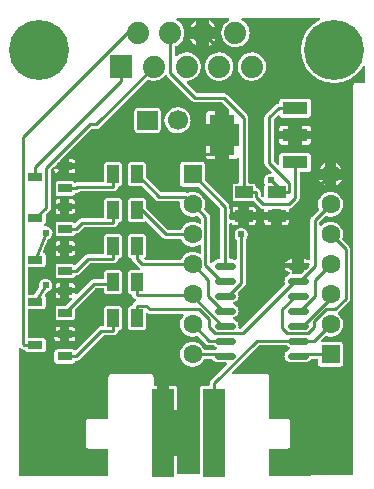
<source format=gtl>
G04 Layer: TopLayer*
G04 EasyEDA v6.4.14, 2021-02-02T13:22:32--5:00*
G04 91b0255ed1064b2dbadafc5a096163c1,d79a69aa59da4e1fbb9b7d465b79b5da,10*
G04 Gerber Generator version 0.2*
G04 Scale: 100 percent, Rotated: No, Reflected: No *
G04 Dimensions in millimeters *
G04 leading zeros omitted , absolute positions ,4 integer and 5 decimal *
%FSLAX45Y45*%
%MOMM*%

%ADD11C,0.2600*%
%ADD12C,0.6000*%
%ADD13C,0.6100*%
%ADD14C,0.6150*%
%ADD15R,1.2500X0.7000*%
%ADD17R,1.5500X1.0000*%
%ADD18R,2.1590X1.0922*%
%ADD19R,2.1590X3.5052*%
%ADD20R,1.9000X7.5000*%
%ADD22C,1.8796*%
%ADD23C,5.0800*%
%ADD25C,1.7000*%
%ADD26R,1.6000X1.6000*%
%ADD27C,1.6000*%

%LPD*%
G36*
X127355Y25654D02*
G01*
X123494Y26416D01*
X120192Y28651D01*
X117957Y31902D01*
X117195Y35814D01*
X117195Y1098245D01*
X117957Y1102156D01*
X120192Y1105408D01*
X123494Y1107643D01*
X127355Y1108405D01*
X131267Y1107643D01*
X134569Y1105408D01*
X136652Y1103325D01*
X142900Y1098194D01*
X149555Y1094638D01*
X156819Y1092454D01*
X161544Y1091996D01*
X165201Y1090879D01*
X168198Y1088542D01*
X170484Y1084173D01*
X173532Y1079347D01*
X177596Y1075283D01*
X182422Y1072235D01*
X187858Y1070356D01*
X194106Y1069644D01*
X317957Y1069644D01*
X324205Y1070356D01*
X329641Y1072235D01*
X334467Y1075283D01*
X338531Y1079347D01*
X341579Y1084173D01*
X343458Y1089609D01*
X344170Y1095857D01*
X344170Y1164742D01*
X343458Y1170990D01*
X341579Y1176426D01*
X338531Y1181252D01*
X334467Y1185316D01*
X329641Y1188364D01*
X324205Y1190244D01*
X317957Y1190955D01*
X201218Y1190955D01*
X197307Y1191717D01*
X194005Y1193952D01*
X191820Y1197203D01*
X191058Y1201115D01*
X191058Y1427784D01*
X191820Y1431696D01*
X194005Y1434947D01*
X197307Y1437182D01*
X201218Y1437944D01*
X317957Y1437944D01*
X324205Y1438656D01*
X329641Y1440535D01*
X334467Y1443583D01*
X338531Y1447647D01*
X341579Y1452473D01*
X343458Y1457909D01*
X344170Y1464157D01*
X344170Y1533042D01*
X343458Y1539290D01*
X341579Y1544726D01*
X339242Y1548434D01*
X337870Y1551940D01*
X337870Y1555699D01*
X339242Y1559204D01*
X352196Y1580083D01*
X354787Y1582877D01*
X358190Y1584553D01*
X362102Y1585569D01*
X370941Y1589684D01*
X378968Y1595323D01*
X385876Y1602232D01*
X391515Y1610258D01*
X395630Y1619097D01*
X397814Y1627327D01*
X399694Y1631035D01*
X401269Y1632356D01*
X400151Y1633778D01*
X399084Y1637538D01*
X398170Y1648053D01*
X395630Y1657502D01*
X391515Y1666341D01*
X385876Y1674368D01*
X378968Y1681276D01*
X370941Y1686915D01*
X362102Y1691030D01*
X352653Y1693570D01*
X342900Y1694434D01*
X333146Y1693570D01*
X323697Y1691030D01*
X314858Y1686915D01*
X306832Y1681276D01*
X299923Y1674368D01*
X294284Y1666341D01*
X290169Y1657502D01*
X287629Y1648053D01*
X286766Y1638300D01*
X287832Y1624482D01*
X286410Y1620672D01*
X251206Y1564030D01*
X248920Y1561490D01*
X245973Y1559814D01*
X242570Y1559255D01*
X201218Y1559255D01*
X197307Y1560017D01*
X194005Y1562252D01*
X191820Y1565503D01*
X191058Y1569415D01*
X191058Y1783384D01*
X191820Y1787296D01*
X194005Y1790547D01*
X197307Y1792782D01*
X201218Y1793544D01*
X317957Y1793544D01*
X324205Y1794256D01*
X329641Y1796135D01*
X334467Y1799183D01*
X338531Y1803247D01*
X341579Y1808073D01*
X343458Y1813509D01*
X344170Y1819757D01*
X344170Y1888642D01*
X343458Y1894890D01*
X341579Y1900326D01*
X338531Y1905152D01*
X334518Y1909165D01*
X328472Y1912924D01*
X325882Y1915210D01*
X324205Y1918309D01*
X323697Y1921713D01*
X324358Y1925167D01*
X363220Y2027428D01*
X365252Y2030730D01*
X368401Y2033016D01*
X370941Y2034184D01*
X378968Y2039823D01*
X385876Y2046732D01*
X391515Y2054758D01*
X395630Y2063597D01*
X398373Y2073910D01*
X399948Y2077212D01*
X402488Y2080006D01*
X405892Y2081631D01*
X409701Y2081936D01*
X413308Y2080818D01*
X416255Y2078482D01*
X418134Y2075180D01*
X420420Y2068677D01*
X423468Y2063851D01*
X427532Y2059787D01*
X432358Y2056739D01*
X437794Y2054860D01*
X444042Y2054148D01*
X567893Y2054148D01*
X574141Y2054860D01*
X579577Y2056739D01*
X584403Y2059787D01*
X588467Y2063851D01*
X591515Y2068677D01*
X593801Y2073046D01*
X596798Y2075383D01*
X600456Y2076500D01*
X605180Y2076957D01*
X612444Y2079142D01*
X619099Y2082698D01*
X625348Y2087829D01*
X662533Y2125014D01*
X665784Y2127199D01*
X669696Y2127961D01*
X915416Y2127961D01*
X923442Y2128774D01*
X930706Y2130958D01*
X937361Y2134514D01*
X943203Y2139340D01*
X948029Y2145182D01*
X951585Y2151837D01*
X953769Y2159101D01*
X953973Y2160981D01*
X954989Y2164537D01*
X957275Y2167534D01*
X960424Y2169464D01*
X971702Y2170836D01*
X977087Y2172766D01*
X981964Y2175814D01*
X986028Y2179828D01*
X989076Y2184704D01*
X990955Y2190089D01*
X991666Y2196388D01*
X991666Y2350211D01*
X990955Y2356510D01*
X989076Y2361895D01*
X986028Y2366772D01*
X981964Y2370785D01*
X977087Y2373833D01*
X971702Y2375763D01*
X965453Y2376474D01*
X866546Y2376474D01*
X860298Y2375763D01*
X854913Y2373833D01*
X850036Y2370785D01*
X845972Y2366772D01*
X842924Y2361895D01*
X841044Y2356510D01*
X840333Y2350211D01*
X840333Y2215438D01*
X839571Y2211527D01*
X837387Y2208225D01*
X834085Y2206040D01*
X830173Y2205278D01*
X649986Y2205278D01*
X641959Y2204466D01*
X634695Y2202281D01*
X628040Y2198725D01*
X621792Y2193594D01*
X598373Y2170226D01*
X595579Y2168194D01*
X592277Y2167280D01*
X588822Y2167534D01*
X585673Y2168855D01*
X579475Y2172868D01*
X574141Y2174748D01*
X567893Y2175459D01*
X444042Y2175459D01*
X437794Y2174748D01*
X432358Y2172868D01*
X427532Y2169820D01*
X423468Y2165756D01*
X420420Y2160930D01*
X418541Y2155494D01*
X417830Y2149246D01*
X417830Y2096363D01*
X416966Y2092299D01*
X414578Y2088946D01*
X411022Y2086813D01*
X406908Y2086254D01*
X402894Y2087422D01*
X399694Y2090064D01*
X397814Y2093772D01*
X395630Y2102002D01*
X391515Y2110841D01*
X385876Y2118868D01*
X378968Y2125776D01*
X370941Y2131415D01*
X362102Y2135530D01*
X352653Y2138070D01*
X342290Y2138984D01*
X338582Y2140000D01*
X335584Y2142337D01*
X333603Y2145639D01*
X332994Y2149398D01*
X333806Y2153107D01*
X335991Y2156256D01*
X338531Y2158847D01*
X341579Y2163673D01*
X343458Y2169109D01*
X344170Y2175357D01*
X344170Y2231694D01*
X345084Y2235911D01*
X347624Y2239314D01*
X374802Y2263495D01*
X379831Y2269642D01*
X383387Y2276297D01*
X385572Y2283561D01*
X386384Y2291588D01*
X386384Y2612491D01*
X387146Y2616403D01*
X389331Y2619654D01*
X400456Y2630779D01*
X403758Y2633014D01*
X407974Y2633726D01*
X408686Y2637891D01*
X410870Y2641193D01*
X438251Y2668574D01*
X441553Y2670759D01*
X445414Y2671521D01*
X468376Y2671521D01*
X468376Y2694482D01*
X469138Y2698343D01*
X471322Y2701645D01*
X729081Y2959404D01*
X732332Y2961589D01*
X736244Y2962351D01*
X770382Y2962351D01*
X778408Y2963164D01*
X785672Y2965348D01*
X792327Y2968904D01*
X798576Y2974035D01*
X1202131Y3377590D01*
X1205280Y3379724D01*
X1208938Y3380536D01*
X1212697Y3379978D01*
X1227124Y3374898D01*
X1241501Y3371748D01*
X1256131Y3370376D01*
X1270863Y3370834D01*
X1285443Y3373120D01*
X1299616Y3377133D01*
X1313180Y3382873D01*
X1325930Y3390239D01*
X1337665Y3399129D01*
X1348232Y3409391D01*
X1353108Y3415385D01*
X1356614Y3418179D01*
X1360932Y3419195D01*
X1365300Y3418230D01*
X1368856Y3415487D01*
X1372565Y3410965D01*
X1584198Y3199333D01*
X1590446Y3194202D01*
X1597101Y3190646D01*
X1604365Y3188462D01*
X1612392Y3187649D01*
X1830425Y3187649D01*
X1834337Y3186887D01*
X1837588Y3184702D01*
X1894484Y3127806D01*
X1896618Y3124606D01*
X1897430Y3120796D01*
X1896770Y3116986D01*
X1896770Y3003550D01*
X1970481Y3003550D01*
X1974392Y3002788D01*
X1977694Y3000552D01*
X1979879Y2997301D01*
X1980641Y2993390D01*
X1980641Y2825750D01*
X1979879Y2821838D01*
X1977694Y2818587D01*
X1974392Y2816352D01*
X1970481Y2815590D01*
X1896770Y2815590D01*
X1896770Y2708656D01*
X1943811Y2708656D01*
X1950059Y2709367D01*
X1955495Y2711246D01*
X1960321Y2714294D01*
X1963318Y2717292D01*
X1966620Y2719476D01*
X1970481Y2720238D01*
X1974392Y2719476D01*
X1977694Y2717292D01*
X1979879Y2713990D01*
X1980641Y2710078D01*
X1980641Y2509926D01*
X1979879Y2506014D01*
X1977694Y2502712D01*
X1974392Y2500528D01*
X1970481Y2499766D01*
X1942388Y2499766D01*
X1936089Y2499055D01*
X1930704Y2497175D01*
X1925828Y2494127D01*
X1921814Y2490063D01*
X1918766Y2485186D01*
X1916836Y2479802D01*
X1916125Y2473553D01*
X1916125Y2374646D01*
X1916836Y2368397D01*
X1918766Y2363012D01*
X1921814Y2358136D01*
X1925828Y2354072D01*
X1930704Y2351024D01*
X1936089Y2349144D01*
X1942388Y2348433D01*
X2096211Y2348433D01*
X2099614Y2348839D01*
X2102612Y2348687D01*
X2105507Y2347722D01*
X2107946Y2345893D01*
X2156714Y2297125D01*
X2162962Y2291994D01*
X2169617Y2288438D01*
X2176830Y2286254D01*
X2186432Y2285390D01*
X2190292Y2284272D01*
X2193391Y2281732D01*
X2195271Y2278176D01*
X2195525Y2273554D01*
X2195525Y2255469D01*
X2253589Y2255469D01*
X2253589Y2275281D01*
X2254351Y2279192D01*
X2256586Y2282494D01*
X2259888Y2284679D01*
X2263749Y2285441D01*
X2333650Y2285441D01*
X2337511Y2284679D01*
X2340813Y2282494D01*
X2343048Y2279192D01*
X2343810Y2275281D01*
X2343810Y2255469D01*
X2401874Y2255469D01*
X2401874Y2273554D01*
X2401620Y2275636D01*
X2401824Y2279142D01*
X2403246Y2282393D01*
X2405634Y2284933D01*
X2408783Y2286508D01*
X2415082Y2288438D01*
X2421737Y2291994D01*
X2427986Y2297125D01*
X2483154Y2352294D01*
X2488285Y2358542D01*
X2491841Y2365197D01*
X2494026Y2372461D01*
X2494838Y2380488D01*
X2494838Y2588006D01*
X2495600Y2591917D01*
X2497785Y2595168D01*
X2501087Y2597404D01*
X2504998Y2598166D01*
X2563571Y2598166D01*
X2569819Y2598877D01*
X2575255Y2600756D01*
X2580081Y2603804D01*
X2584145Y2607868D01*
X2587193Y2612694D01*
X2589072Y2618130D01*
X2589784Y2624378D01*
X2589784Y2732481D01*
X2589072Y2738729D01*
X2587193Y2744165D01*
X2584145Y2748991D01*
X2580081Y2753055D01*
X2575255Y2756103D01*
X2569819Y2757982D01*
X2563571Y2758694D01*
X2348788Y2758694D01*
X2342540Y2757982D01*
X2337104Y2756103D01*
X2332278Y2753055D01*
X2328214Y2748991D01*
X2325166Y2744165D01*
X2323287Y2738729D01*
X2322576Y2732481D01*
X2322576Y2665425D01*
X2321814Y2661513D01*
X2319578Y2658211D01*
X2316327Y2656027D01*
X2312416Y2655265D01*
X2308504Y2656027D01*
X2305253Y2658211D01*
X2276805Y2686659D01*
X2274620Y2689910D01*
X2273858Y2693822D01*
X2273858Y3039364D01*
X2274722Y3043428D01*
X2277110Y3046831D01*
X2308860Y3076143D01*
X2312720Y3078378D01*
X2317140Y3078734D01*
X2321356Y3077159D01*
X2324455Y3073908D01*
X2328265Y3067558D01*
X2332278Y3063544D01*
X2337104Y3060496D01*
X2342540Y3058617D01*
X2348788Y3057906D01*
X2563571Y3057906D01*
X2569819Y3058617D01*
X2575255Y3060496D01*
X2580081Y3063544D01*
X2584145Y3067608D01*
X2587193Y3072434D01*
X2589072Y3077870D01*
X2589784Y3084118D01*
X2589784Y3192221D01*
X2589072Y3198469D01*
X2587193Y3203905D01*
X2584145Y3208731D01*
X2580081Y3212795D01*
X2575255Y3215843D01*
X2569819Y3217722D01*
X2563571Y3218434D01*
X2348788Y3218434D01*
X2342540Y3217722D01*
X2337104Y3215843D01*
X2332278Y3212795D01*
X2328214Y3208731D01*
X2325166Y3203905D01*
X2323287Y3198469D01*
X2322576Y3192221D01*
X2322576Y3186430D01*
X2321915Y3182874D01*
X2320086Y3179775D01*
X2317242Y3177489D01*
X2313787Y3176371D01*
X2311654Y3176066D01*
X2304237Y3173831D01*
X2297480Y3170224D01*
X2292502Y3166262D01*
X2209038Y3089148D01*
X2203094Y3082137D01*
X2199538Y3075482D01*
X2197354Y3068218D01*
X2196541Y3060192D01*
X2196541Y2674112D01*
X2197354Y2666085D01*
X2199538Y2658821D01*
X2203094Y2652166D01*
X2208225Y2645918D01*
X2253488Y2600655D01*
X2255621Y2597505D01*
X2256434Y2593746D01*
X2255824Y2589987D01*
X2253894Y2586736D01*
X2250846Y2584399D01*
X2247188Y2583332D01*
X2238146Y2582570D01*
X2228697Y2580030D01*
X2219858Y2575915D01*
X2211832Y2570276D01*
X2204923Y2563368D01*
X2199284Y2555341D01*
X2195169Y2546502D01*
X2192629Y2537053D01*
X2191766Y2527300D01*
X2192629Y2517546D01*
X2195169Y2508097D01*
X2201062Y2495397D01*
X2201164Y2491435D01*
X2199741Y2487777D01*
X2198166Y2485186D01*
X2196236Y2479802D01*
X2195525Y2473553D01*
X2195525Y2392172D01*
X2194763Y2388260D01*
X2192578Y2384958D01*
X2189276Y2382774D01*
X2185365Y2382012D01*
X2181504Y2382774D01*
X2178202Y2384958D01*
X2167585Y2395575D01*
X2165400Y2398826D01*
X2164638Y2402738D01*
X2164638Y2423668D01*
X2163826Y2431694D01*
X2161641Y2438958D01*
X2158085Y2445613D01*
X2153259Y2451455D01*
X2147417Y2456281D01*
X2140762Y2459837D01*
X2133498Y2462022D01*
X2131618Y2462225D01*
X2128062Y2463241D01*
X2125065Y2465527D01*
X2123135Y2468676D01*
X2121763Y2479802D01*
X2119833Y2485186D01*
X2116785Y2490063D01*
X2112772Y2494127D01*
X2107895Y2497175D01*
X2102510Y2499055D01*
X2096211Y2499766D01*
X2068118Y2499766D01*
X2064207Y2500528D01*
X2060905Y2502712D01*
X2058720Y2506014D01*
X2057958Y2509926D01*
X2057958Y3057144D01*
X2057146Y3065170D01*
X2054961Y3072434D01*
X2051405Y3079089D01*
X2046274Y3085338D01*
X1878330Y3253282D01*
X1872081Y3258413D01*
X1865426Y3261969D01*
X1858162Y3264153D01*
X1850136Y3264966D01*
X1632102Y3264966D01*
X1628190Y3265728D01*
X1624939Y3267913D01*
X1539392Y3353460D01*
X1537208Y3356711D01*
X1536395Y3360572D01*
X1537106Y3364382D01*
X1539240Y3367684D01*
X1542440Y3369919D01*
X1562303Y3373120D01*
X1576476Y3377133D01*
X1590040Y3382873D01*
X1602790Y3390239D01*
X1614525Y3399129D01*
X1625092Y3409391D01*
X1634337Y3420872D01*
X1642059Y3433368D01*
X1648256Y3446729D01*
X1652727Y3460800D01*
X1655419Y3475278D01*
X1656334Y3489960D01*
X1655419Y3504641D01*
X1652727Y3519119D01*
X1648256Y3533190D01*
X1642059Y3546551D01*
X1634337Y3559048D01*
X1625092Y3570528D01*
X1614525Y3580790D01*
X1602790Y3589680D01*
X1590040Y3597046D01*
X1576476Y3602786D01*
X1562303Y3606800D01*
X1547723Y3609086D01*
X1532991Y3609543D01*
X1518361Y3608171D01*
X1503984Y3605022D01*
X1490065Y3600094D01*
X1476908Y3593541D01*
X1464614Y3585413D01*
X1454962Y3577132D01*
X1451610Y3575253D01*
X1447850Y3574694D01*
X1444091Y3575608D01*
X1440992Y3577844D01*
X1438910Y3581095D01*
X1438198Y3584854D01*
X1438198Y3654450D01*
X1438960Y3658311D01*
X1441145Y3661562D01*
X1444396Y3663797D01*
X1452880Y3667353D01*
X1465630Y3674719D01*
X1477365Y3683609D01*
X1487932Y3693871D01*
X1497177Y3705351D01*
X1504899Y3717848D01*
X1511096Y3731209D01*
X1515567Y3745280D01*
X1518259Y3759758D01*
X1519174Y3774440D01*
X1518259Y3789121D01*
X1515567Y3803599D01*
X1511096Y3817670D01*
X1504899Y3831031D01*
X1497177Y3843528D01*
X1487932Y3855008D01*
X1477365Y3865270D01*
X1465630Y3874160D01*
X1456283Y3879545D01*
X1453032Y3882491D01*
X1451356Y3886555D01*
X1451559Y3890924D01*
X1453591Y3894836D01*
X1457045Y3897528D01*
X1461363Y3898493D01*
X1612544Y3898798D01*
X1616964Y3897833D01*
X1620469Y3895039D01*
X1621536Y3892905D01*
X1623466Y3895851D01*
X1626768Y3898036D01*
X1630680Y3898849D01*
X1717039Y3899001D01*
X1720900Y3898239D01*
X1724202Y3896055D01*
X1725930Y3893515D01*
X1726946Y3895394D01*
X1730400Y3898087D01*
X1734667Y3899052D01*
X1890572Y3899357D01*
X1894941Y3898392D01*
X1898497Y3895598D01*
X1900478Y3891534D01*
X1900529Y3887063D01*
X1898599Y3882948D01*
X1895093Y3880104D01*
X1890928Y3878021D01*
X1878634Y3869893D01*
X1867458Y3860292D01*
X1857552Y3849420D01*
X1849018Y3837432D01*
X1842058Y3824427D01*
X1836724Y3810711D01*
X1833118Y3796436D01*
X1831339Y3781806D01*
X1831339Y3767074D01*
X1833118Y3752443D01*
X1836724Y3738168D01*
X1842058Y3724452D01*
X1849018Y3711448D01*
X1857552Y3699459D01*
X1867458Y3688587D01*
X1878634Y3678986D01*
X1890928Y3670858D01*
X1904085Y3664305D01*
X1918004Y3659378D01*
X1932381Y3656228D01*
X1947011Y3654856D01*
X1961743Y3655314D01*
X1976323Y3657600D01*
X1990496Y3661613D01*
X2004060Y3667353D01*
X2016810Y3674719D01*
X2028545Y3683609D01*
X2039112Y3693871D01*
X2048357Y3705351D01*
X2056079Y3717848D01*
X2062276Y3731209D01*
X2066747Y3745280D01*
X2069439Y3759758D01*
X2070354Y3774440D01*
X2069439Y3789121D01*
X2066747Y3803599D01*
X2062276Y3817670D01*
X2056079Y3831031D01*
X2048357Y3843528D01*
X2039112Y3855008D01*
X2028545Y3865270D01*
X2016810Y3874160D01*
X2005482Y3880662D01*
X2002282Y3883609D01*
X2000605Y3887673D01*
X2000757Y3892092D01*
X2002789Y3896004D01*
X2006295Y3898646D01*
X2010562Y3899611D01*
X2656027Y3900982D01*
X2659837Y3900220D01*
X2663088Y3898137D01*
X2665323Y3894937D01*
X2666187Y3891178D01*
X2665577Y3887317D01*
X2663596Y3884015D01*
X2660497Y3881678D01*
X2653284Y3878122D01*
X2633421Y3866286D01*
X2614625Y3852875D01*
X2596997Y3837940D01*
X2580640Y3821582D01*
X2565704Y3803954D01*
X2552293Y3785158D01*
X2540457Y3765296D01*
X2530297Y3744518D01*
X2521864Y3722979D01*
X2515311Y3700830D01*
X2510536Y3678224D01*
X2507691Y3655314D01*
X2506726Y3632200D01*
X2507691Y3609086D01*
X2510536Y3586175D01*
X2515311Y3563569D01*
X2521864Y3541420D01*
X2530297Y3519881D01*
X2540457Y3499104D01*
X2552293Y3479241D01*
X2565704Y3460445D01*
X2580640Y3442817D01*
X2596997Y3426460D01*
X2614625Y3411524D01*
X2633421Y3398113D01*
X2653284Y3386277D01*
X2674061Y3376117D01*
X2695600Y3367684D01*
X2717749Y3361131D01*
X2740355Y3356356D01*
X2763266Y3353511D01*
X2786380Y3352546D01*
X2809494Y3353511D01*
X2832404Y3356356D01*
X2855010Y3361131D01*
X2877159Y3367684D01*
X2898698Y3376117D01*
X2919476Y3386277D01*
X2939338Y3398113D01*
X2958134Y3411524D01*
X2975762Y3426460D01*
X2992120Y3442817D01*
X3007055Y3460445D01*
X3020466Y3479241D01*
X3028848Y3493312D01*
X3031845Y3496462D01*
X3035909Y3498087D01*
X3040278Y3497884D01*
X3044139Y3495852D01*
X3046780Y3492347D01*
X3047746Y3488080D01*
X3047746Y3363214D01*
X3046984Y3359302D01*
X3044748Y3356051D01*
X3041497Y3353815D01*
X3037586Y3353054D01*
X2975508Y3353054D01*
X2969107Y3352292D01*
X2963621Y3350209D01*
X2958541Y3346704D01*
X2955493Y3343656D01*
X2952902Y3340100D01*
X2950413Y3334613D01*
X2949244Y3327247D01*
X2949244Y41198D01*
X2948482Y37287D01*
X2946298Y34036D01*
X2943047Y31800D01*
X2939186Y31038D01*
X2245664Y25908D01*
X2241753Y26670D01*
X2238451Y28854D01*
X2236216Y32156D01*
X2235454Y36068D01*
X2235454Y243586D01*
X2236216Y247497D01*
X2238451Y250748D01*
X2241702Y252984D01*
X2245614Y253746D01*
X2386990Y253746D01*
X2393442Y254508D01*
X2398877Y256590D01*
X2403957Y260096D01*
X2407005Y263144D01*
X2409596Y266700D01*
X2412085Y272186D01*
X2413254Y279552D01*
X2413254Y481990D01*
X2412492Y488442D01*
X2410409Y493877D01*
X2406904Y498957D01*
X2403856Y502005D01*
X2400300Y504596D01*
X2394813Y507085D01*
X2387447Y508254D01*
X2245614Y508254D01*
X2241702Y509016D01*
X2238451Y511251D01*
X2236216Y514502D01*
X2235454Y518414D01*
X2235454Y862990D01*
X2234692Y869442D01*
X2232609Y874877D01*
X2229104Y879957D01*
X2226056Y883005D01*
X2222500Y885596D01*
X2217013Y888085D01*
X2209647Y889253D01*
X1932635Y889253D01*
X1928723Y890016D01*
X1925421Y892251D01*
X1923237Y895502D01*
X1922475Y899414D01*
X1923237Y903325D01*
X1925421Y906576D01*
X2145639Y1126794D01*
X2148890Y1128979D01*
X2152802Y1129741D01*
X2377795Y1129741D01*
X2381656Y1128979D01*
X2393899Y1120241D01*
X2402687Y1116126D01*
X2408021Y1114704D01*
X2411882Y1112672D01*
X2414574Y1109218D01*
X2415540Y1104900D01*
X2414574Y1100582D01*
X2411882Y1097127D01*
X2408021Y1095095D01*
X2402687Y1093673D01*
X2393899Y1089558D01*
X2385974Y1084021D01*
X2379116Y1077163D01*
X2373528Y1069187D01*
X2369413Y1060399D01*
X2366924Y1051052D01*
X2366060Y1041400D01*
X2366924Y1031748D01*
X2369413Y1022400D01*
X2373528Y1013612D01*
X2379116Y1005636D01*
X2385974Y998778D01*
X2393899Y993241D01*
X2402687Y989126D01*
X2412034Y986637D01*
X2422144Y985723D01*
X2541270Y985723D01*
X2551379Y986637D01*
X2560726Y989126D01*
X2569514Y993241D01*
X2577439Y998778D01*
X2584297Y1005636D01*
X2588107Y1011123D01*
X2590393Y1013460D01*
X2593238Y1014933D01*
X2596438Y1015441D01*
X2640076Y1015441D01*
X2643987Y1014679D01*
X2647289Y1012494D01*
X2649474Y1009192D01*
X2650236Y1005281D01*
X2650236Y974648D01*
X2650947Y968400D01*
X2652826Y963015D01*
X2655874Y958138D01*
X2659938Y954074D01*
X2664815Y951026D01*
X2670200Y949147D01*
X2676448Y948436D01*
X2835351Y948436D01*
X2841599Y949147D01*
X2846984Y951026D01*
X2851861Y954074D01*
X2855925Y958138D01*
X2858973Y963015D01*
X2860852Y968400D01*
X2861564Y974648D01*
X2861564Y1133551D01*
X2860852Y1139799D01*
X2858973Y1145184D01*
X2855925Y1150061D01*
X2851861Y1154125D01*
X2846984Y1157173D01*
X2841599Y1159052D01*
X2835351Y1159764D01*
X2686761Y1159764D01*
X2682849Y1160526D01*
X2679547Y1162710D01*
X2677363Y1166012D01*
X2676601Y1169924D01*
X2677363Y1173784D01*
X2679547Y1177086D01*
X2709164Y1206652D01*
X2712212Y1208786D01*
X2715869Y1209649D01*
X2719578Y1209090D01*
X2728569Y1206093D01*
X2742133Y1203350D01*
X2755900Y1202486D01*
X2769666Y1203350D01*
X2783230Y1206093D01*
X2796336Y1210513D01*
X2808732Y1216609D01*
X2820212Y1224280D01*
X2830576Y1233424D01*
X2839720Y1243787D01*
X2847390Y1255268D01*
X2853486Y1267663D01*
X2857957Y1280769D01*
X2860649Y1294333D01*
X2861513Y1308100D01*
X2860649Y1321866D01*
X2857957Y1335430D01*
X2853486Y1348536D01*
X2847390Y1360932D01*
X2839720Y1372412D01*
X2830576Y1382776D01*
X2819501Y1392478D01*
X2816910Y1395984D01*
X2816047Y1400302D01*
X2817012Y1404518D01*
X2819908Y1408125D01*
X2909874Y1498092D01*
X2915005Y1504340D01*
X2918561Y1510995D01*
X2920746Y1518259D01*
X2921558Y1526286D01*
X2921558Y1942592D01*
X2920746Y1950618D01*
X2918561Y1957882D01*
X2915005Y1964537D01*
X2909874Y1970786D01*
X2857347Y2023364D01*
X2855214Y2026412D01*
X2854350Y2030069D01*
X2854909Y2033778D01*
X2857957Y2042769D01*
X2860649Y2056333D01*
X2861513Y2070100D01*
X2860649Y2083917D01*
X2857957Y2097430D01*
X2853486Y2110536D01*
X2847390Y2122932D01*
X2839720Y2134412D01*
X2830576Y2144776D01*
X2820212Y2153920D01*
X2808732Y2161590D01*
X2796336Y2167686D01*
X2783230Y2172157D01*
X2769666Y2174849D01*
X2755900Y2175764D01*
X2742133Y2174849D01*
X2728569Y2172157D01*
X2715463Y2167686D01*
X2703068Y2161590D01*
X2691587Y2153920D01*
X2677007Y2141270D01*
X2673096Y2140305D01*
X2669032Y2140915D01*
X2665628Y2143099D01*
X2663291Y2146452D01*
X2662478Y2150414D01*
X2662478Y2171801D01*
X2663240Y2175713D01*
X2665425Y2178964D01*
X2709164Y2222703D01*
X2712262Y2224786D01*
X2715869Y2225649D01*
X2719578Y2225141D01*
X2728569Y2222093D01*
X2742133Y2219401D01*
X2755900Y2218486D01*
X2769666Y2219401D01*
X2783230Y2222093D01*
X2796336Y2226513D01*
X2808732Y2232609D01*
X2820212Y2240280D01*
X2830576Y2249424D01*
X2839720Y2259787D01*
X2847390Y2271268D01*
X2853486Y2283663D01*
X2857957Y2296769D01*
X2860649Y2310333D01*
X2861513Y2324100D01*
X2860649Y2337917D01*
X2857957Y2351430D01*
X2853486Y2364536D01*
X2847390Y2376932D01*
X2839720Y2388412D01*
X2830576Y2398776D01*
X2820212Y2407920D01*
X2808732Y2415590D01*
X2796336Y2421686D01*
X2783230Y2426157D01*
X2769666Y2428849D01*
X2755900Y2429764D01*
X2742133Y2428849D01*
X2728569Y2426157D01*
X2715463Y2421686D01*
X2703068Y2415590D01*
X2691587Y2407920D01*
X2681224Y2398776D01*
X2672080Y2388412D01*
X2664409Y2376932D01*
X2658313Y2364536D01*
X2653842Y2351430D01*
X2651150Y2337917D01*
X2650286Y2324100D01*
X2651150Y2310333D01*
X2653842Y2296769D01*
X2656890Y2287778D01*
X2657449Y2284069D01*
X2656586Y2280412D01*
X2654452Y2277364D01*
X2596845Y2219706D01*
X2591714Y2213457D01*
X2588158Y2206802D01*
X2585974Y2199538D01*
X2585161Y2191512D01*
X2585161Y1860092D01*
X2584348Y1856130D01*
X2582062Y1852777D01*
X2578608Y1850593D01*
X2574594Y1849983D01*
X2570632Y1850948D01*
X2560675Y1855673D01*
X2551379Y1858162D01*
X2541270Y1859076D01*
X2533040Y1859076D01*
X2533040Y1824736D01*
X2569514Y1824736D01*
X2573426Y1823974D01*
X2576728Y1821789D01*
X2578912Y1818487D01*
X2579674Y1814575D01*
X2578912Y1810715D01*
X2576728Y1807413D01*
X2554325Y1785010D01*
X2551023Y1782825D01*
X2547162Y1782064D01*
X2533040Y1782064D01*
X2533040Y1767941D01*
X2532278Y1764080D01*
X2530094Y1760778D01*
X2504338Y1735023D01*
X2501036Y1732838D01*
X2497175Y1732076D01*
X2440533Y1732076D01*
X2436622Y1732838D01*
X2433320Y1735023D01*
X2431135Y1738325D01*
X2430373Y1742236D01*
X2430373Y1782064D01*
X2370531Y1782064D01*
X2373528Y1775612D01*
X2379116Y1767636D01*
X2385974Y1760778D01*
X2393899Y1755241D01*
X2402687Y1751126D01*
X2408021Y1749704D01*
X2411882Y1747672D01*
X2414574Y1744218D01*
X2415540Y1739900D01*
X2414574Y1735582D01*
X2411882Y1732127D01*
X2408021Y1730095D01*
X2402687Y1728673D01*
X2393899Y1724558D01*
X2385974Y1719021D01*
X2379116Y1712163D01*
X2373528Y1704187D01*
X2369413Y1695399D01*
X2366924Y1686052D01*
X2366060Y1676400D01*
X2366924Y1666748D01*
X2369413Y1657400D01*
X2371140Y1653692D01*
X2372106Y1649730D01*
X2371394Y1645666D01*
X2369108Y1642211D01*
X2000402Y1273505D01*
X1997151Y1271320D01*
X1993239Y1270558D01*
X1985619Y1270558D01*
X1982012Y1271219D01*
X1978863Y1273149D01*
X1976577Y1276096D01*
X1975561Y1279652D01*
X1975815Y1283360D01*
X1976475Y1285748D01*
X1977339Y1295400D01*
X1976475Y1305052D01*
X1973986Y1314399D01*
X1969871Y1323187D01*
X1964283Y1331163D01*
X1957425Y1338021D01*
X1949500Y1343558D01*
X1940712Y1347673D01*
X1935378Y1349095D01*
X1931517Y1351127D01*
X1928825Y1354582D01*
X1927860Y1358900D01*
X1928825Y1363218D01*
X1931517Y1366672D01*
X1935378Y1368704D01*
X1940712Y1370126D01*
X1949500Y1374241D01*
X1957425Y1379778D01*
X1964283Y1386636D01*
X1969871Y1394612D01*
X1973986Y1403400D01*
X1976475Y1412748D01*
X1977339Y1422400D01*
X1976475Y1432052D01*
X1973986Y1441399D01*
X1969871Y1450187D01*
X1964283Y1458163D01*
X1957425Y1465021D01*
X1949500Y1470558D01*
X1940712Y1474673D01*
X1935378Y1476095D01*
X1931517Y1478127D01*
X1928825Y1481582D01*
X1927860Y1485900D01*
X1928825Y1490218D01*
X1931517Y1493672D01*
X1935378Y1495704D01*
X1940712Y1497126D01*
X1949500Y1501241D01*
X1957425Y1506778D01*
X1964283Y1513636D01*
X1969871Y1521612D01*
X1973986Y1530400D01*
X1976475Y1539748D01*
X1977339Y1549400D01*
X1976475Y1559052D01*
X1972818Y1572818D01*
X1973529Y1576832D01*
X1975815Y1580286D01*
X2026208Y1630680D01*
X2031339Y1636928D01*
X2034895Y1643583D01*
X2037080Y1650847D01*
X2037892Y1658874D01*
X2037892Y2025497D01*
X2038654Y2029358D01*
X2040839Y2032660D01*
X2042210Y2034032D01*
X2047849Y2042058D01*
X2051964Y2050897D01*
X2054504Y2060346D01*
X2055368Y2070100D01*
X2054504Y2079853D01*
X2051964Y2089302D01*
X2047849Y2098141D01*
X2042210Y2106168D01*
X2035302Y2113076D01*
X2027275Y2118715D01*
X2018436Y2122830D01*
X2008987Y2125370D01*
X1999234Y2126234D01*
X1989480Y2125370D01*
X1980031Y2122830D01*
X1971192Y2118715D01*
X1963166Y2113076D01*
X1956257Y2106168D01*
X1950618Y2098141D01*
X1946503Y2089302D01*
X1943963Y2079853D01*
X1943100Y2070100D01*
X1943963Y2060346D01*
X1946503Y2050897D01*
X1950618Y2042058D01*
X1956257Y2034032D01*
X1957628Y2032660D01*
X1959813Y2029358D01*
X1960575Y2025497D01*
X1960575Y1862328D01*
X1959762Y1858365D01*
X1957476Y1855063D01*
X1954072Y1852879D01*
X1950059Y1852218D01*
X1946148Y1853133D01*
X1940712Y1855673D01*
X1931365Y1858162D01*
X1921256Y1859076D01*
X1910638Y1859076D01*
X1906727Y1859838D01*
X1903425Y1862023D01*
X1901240Y1865325D01*
X1900478Y1869236D01*
X1900478Y2156815D01*
X1901393Y2161032D01*
X1903984Y2164486D01*
X1907844Y2166569D01*
X1912162Y2166874D01*
X1916175Y2165299D01*
X1919224Y2162200D01*
X1921814Y2158136D01*
X1925828Y2154072D01*
X1930704Y2151024D01*
X1936089Y2149144D01*
X1942388Y2148433D01*
X1974189Y2148433D01*
X1974189Y2192731D01*
X1910638Y2192731D01*
X1906727Y2193544D01*
X1903425Y2195728D01*
X1901240Y2199030D01*
X1900478Y2202891D01*
X1900478Y2245309D01*
X1901240Y2249170D01*
X1903425Y2252472D01*
X1906727Y2254656D01*
X1910638Y2255469D01*
X1974189Y2255469D01*
X1974189Y2299766D01*
X1942388Y2299766D01*
X1936089Y2299055D01*
X1930704Y2297176D01*
X1925828Y2294128D01*
X1921814Y2290064D01*
X1919224Y2286000D01*
X1916175Y2282901D01*
X1912162Y2281326D01*
X1907844Y2281631D01*
X1903984Y2283714D01*
X1901393Y2287168D01*
X1900478Y2291384D01*
X1900478Y2303272D01*
X1899666Y2311298D01*
X1897481Y2318562D01*
X1893925Y2325217D01*
X1888794Y2331466D01*
X1696110Y2524150D01*
X1693925Y2527452D01*
X1693164Y2531313D01*
X1693164Y2657551D01*
X1692452Y2663799D01*
X1690573Y2669184D01*
X1687525Y2674061D01*
X1683461Y2678125D01*
X1678584Y2681173D01*
X1673199Y2683052D01*
X1666951Y2683764D01*
X1508048Y2683764D01*
X1501800Y2683052D01*
X1496415Y2681173D01*
X1491538Y2678125D01*
X1487474Y2674061D01*
X1484426Y2669184D01*
X1482547Y2663799D01*
X1481836Y2657551D01*
X1481836Y2498648D01*
X1482547Y2492400D01*
X1484426Y2487015D01*
X1487474Y2482138D01*
X1491538Y2478074D01*
X1496415Y2475026D01*
X1501800Y2473147D01*
X1508048Y2472436D01*
X1634286Y2472436D01*
X1638147Y2471674D01*
X1641449Y2469489D01*
X1820214Y2290724D01*
X1822399Y2287473D01*
X1823161Y2283561D01*
X1823161Y1869236D01*
X1822399Y1865325D01*
X1820214Y1862023D01*
X1816912Y1859838D01*
X1813001Y1859076D01*
X1802130Y1859076D01*
X1792020Y1858162D01*
X1782673Y1855673D01*
X1773885Y1851558D01*
X1765960Y1846021D01*
X1759102Y1839163D01*
X1754124Y1832051D01*
X1750974Y1829155D01*
X1746961Y1827784D01*
X1742744Y1828139D01*
X1739036Y1830273D01*
X1736496Y1833676D01*
X1735632Y1837842D01*
X1735632Y2214118D01*
X1734820Y2222144D01*
X1732635Y2229408D01*
X1729079Y2236063D01*
X1723948Y2242312D01*
X1688947Y2277364D01*
X1686814Y2280412D01*
X1685950Y2284069D01*
X1686509Y2287778D01*
X1689557Y2296769D01*
X1692249Y2310333D01*
X1693113Y2324100D01*
X1692249Y2337866D01*
X1689557Y2351430D01*
X1685086Y2364536D01*
X1678990Y2376932D01*
X1671320Y2388412D01*
X1662175Y2398776D01*
X1651812Y2407920D01*
X1640332Y2415590D01*
X1627936Y2421686D01*
X1614830Y2426106D01*
X1601266Y2428849D01*
X1587500Y2429713D01*
X1573733Y2428849D01*
X1560169Y2426106D01*
X1547977Y2421991D01*
X1543862Y2421483D01*
X1538782Y2423261D01*
X1531518Y2425446D01*
X1523492Y2426258D01*
X1326794Y2426258D01*
X1322882Y2427020D01*
X1319631Y2429205D01*
X1194612Y2554224D01*
X1192428Y2557526D01*
X1191666Y2561386D01*
X1191666Y2655011D01*
X1190955Y2661310D01*
X1189075Y2666695D01*
X1186027Y2671572D01*
X1181963Y2675585D01*
X1177086Y2678633D01*
X1171702Y2680563D01*
X1165453Y2681274D01*
X1066546Y2681274D01*
X1060297Y2680563D01*
X1054912Y2678633D01*
X1050036Y2675585D01*
X1045971Y2671572D01*
X1042924Y2666695D01*
X1041044Y2661310D01*
X1040333Y2655011D01*
X1040333Y2501188D01*
X1041044Y2494889D01*
X1042924Y2489504D01*
X1045971Y2484628D01*
X1050036Y2480614D01*
X1054912Y2477566D01*
X1060297Y2475636D01*
X1066546Y2474925D01*
X1160373Y2474925D01*
X1164234Y2474163D01*
X1167536Y2471978D01*
X1278890Y2360625D01*
X1285138Y2355494D01*
X1291793Y2351938D01*
X1299057Y2349754D01*
X1307084Y2348941D01*
X1472641Y2348941D01*
X1476705Y2348128D01*
X1480058Y2345740D01*
X1482191Y2342184D01*
X1482801Y2338120D01*
X1481886Y2324100D01*
X1482750Y2310333D01*
X1485442Y2296769D01*
X1489913Y2283663D01*
X1496009Y2271268D01*
X1503680Y2259787D01*
X1512824Y2249424D01*
X1523187Y2240280D01*
X1534668Y2232609D01*
X1547063Y2226513D01*
X1560169Y2222042D01*
X1573733Y2219350D01*
X1587500Y2218486D01*
X1601266Y2219350D01*
X1614830Y2222042D01*
X1623822Y2225090D01*
X1627530Y2225649D01*
X1631188Y2224786D01*
X1634286Y2222652D01*
X1655368Y2201570D01*
X1657553Y2198319D01*
X1658315Y2194407D01*
X1658315Y2168550D01*
X1657400Y2164283D01*
X1654759Y2160828D01*
X1650898Y2158796D01*
X1646580Y2158492D01*
X1642516Y2160117D01*
X1640332Y2161590D01*
X1627936Y2167686D01*
X1614830Y2172106D01*
X1601266Y2174798D01*
X1587500Y2175713D01*
X1573733Y2174798D01*
X1560169Y2172106D01*
X1547063Y2167686D01*
X1534668Y2161590D01*
X1523187Y2153920D01*
X1512824Y2144776D01*
X1503680Y2134412D01*
X1496009Y2122932D01*
X1491843Y2114397D01*
X1489608Y2111400D01*
X1486408Y2109419D01*
X1482699Y2108758D01*
X1379118Y2108758D01*
X1375206Y2109520D01*
X1371955Y2111705D01*
X1194612Y2289048D01*
X1192428Y2292350D01*
X1191666Y2296210D01*
X1191666Y2350211D01*
X1190955Y2356510D01*
X1189075Y2361895D01*
X1186027Y2366772D01*
X1181963Y2370785D01*
X1177086Y2373833D01*
X1171702Y2375763D01*
X1165453Y2376474D01*
X1066546Y2376474D01*
X1060297Y2375763D01*
X1054912Y2373833D01*
X1050036Y2370785D01*
X1045971Y2366772D01*
X1042924Y2361895D01*
X1041044Y2356510D01*
X1040333Y2350211D01*
X1040333Y2196388D01*
X1041044Y2190089D01*
X1042924Y2184704D01*
X1045971Y2179828D01*
X1050036Y2175814D01*
X1054912Y2172766D01*
X1060297Y2170836D01*
X1066546Y2170125D01*
X1165453Y2170125D01*
X1171702Y2170836D01*
X1177086Y2172766D01*
X1181963Y2175814D01*
X1186383Y2179116D01*
X1190244Y2179878D01*
X1194155Y2179116D01*
X1197457Y2176881D01*
X1331214Y2043125D01*
X1337462Y2037994D01*
X1344117Y2034438D01*
X1351381Y2032254D01*
X1359408Y2031441D01*
X1482699Y2031441D01*
X1486408Y2030730D01*
X1489557Y2028799D01*
X1491843Y2025802D01*
X1496009Y2017268D01*
X1503680Y2005787D01*
X1512824Y1995424D01*
X1523187Y1986280D01*
X1534668Y1978609D01*
X1547063Y1972513D01*
X1560169Y1968042D01*
X1573733Y1965350D01*
X1587500Y1964436D01*
X1601266Y1965350D01*
X1614830Y1968042D01*
X1627936Y1972513D01*
X1640332Y1978609D01*
X1642516Y1980082D01*
X1646580Y1981657D01*
X1650898Y1981403D01*
X1654759Y1979371D01*
X1657400Y1975866D01*
X1658315Y1971649D01*
X1658315Y1914550D01*
X1657400Y1910283D01*
X1654759Y1906828D01*
X1650898Y1904796D01*
X1646580Y1904492D01*
X1642516Y1906117D01*
X1640332Y1907590D01*
X1627936Y1913686D01*
X1614830Y1918106D01*
X1601266Y1920798D01*
X1587500Y1921713D01*
X1573733Y1920798D01*
X1560169Y1918106D01*
X1547063Y1913686D01*
X1534668Y1907590D01*
X1523187Y1899920D01*
X1512824Y1890775D01*
X1503680Y1880412D01*
X1496009Y1868932D01*
X1491843Y1860397D01*
X1489608Y1857400D01*
X1486408Y1855419D01*
X1482699Y1854758D01*
X1190244Y1854758D01*
X1186332Y1855520D01*
X1183081Y1857705D01*
X1180846Y1861007D01*
X1180084Y1864918D01*
X1180846Y1868779D01*
X1183081Y1872081D01*
X1186027Y1875028D01*
X1189075Y1879904D01*
X1190955Y1885289D01*
X1191666Y1891588D01*
X1191666Y2045411D01*
X1190955Y2051710D01*
X1189075Y2057095D01*
X1186027Y2061972D01*
X1181963Y2065985D01*
X1177086Y2069033D01*
X1171702Y2070963D01*
X1165453Y2071674D01*
X1066546Y2071674D01*
X1060297Y2070963D01*
X1054912Y2069033D01*
X1050036Y2065985D01*
X1045971Y2061972D01*
X1042924Y2057095D01*
X1041044Y2051710D01*
X1040333Y2045411D01*
X1040333Y1891588D01*
X1041044Y1885289D01*
X1042924Y1879904D01*
X1045971Y1875028D01*
X1050036Y1871014D01*
X1054912Y1867966D01*
X1060297Y1866036D01*
X1067917Y1865325D01*
X1071575Y1864664D01*
X1074724Y1862734D01*
X1077010Y1859737D01*
X1078026Y1856181D01*
X1078230Y1854301D01*
X1080414Y1847037D01*
X1083970Y1840382D01*
X1089101Y1834134D01*
X1134110Y1789125D01*
X1139291Y1784857D01*
X1141882Y1781657D01*
X1143000Y1777695D01*
X1142390Y1773580D01*
X1140256Y1770075D01*
X1136904Y1767687D01*
X1132840Y1766874D01*
X1066546Y1766874D01*
X1060297Y1766163D01*
X1054912Y1764233D01*
X1050036Y1761185D01*
X1045971Y1757172D01*
X1042924Y1752295D01*
X1041044Y1746910D01*
X1040333Y1740611D01*
X1040333Y1586788D01*
X1041044Y1580489D01*
X1042924Y1575104D01*
X1045971Y1570228D01*
X1050036Y1566214D01*
X1054912Y1563166D01*
X1060297Y1561236D01*
X1067917Y1560525D01*
X1071575Y1559864D01*
X1074724Y1557934D01*
X1077010Y1554937D01*
X1078026Y1551381D01*
X1078230Y1549501D01*
X1080414Y1542237D01*
X1083970Y1535582D01*
X1088796Y1529740D01*
X1094638Y1524914D01*
X1106170Y1518920D01*
X1108710Y1515516D01*
X1109624Y1511300D01*
X1108710Y1507083D01*
X1106170Y1503680D01*
X1094638Y1497685D01*
X1088796Y1492859D01*
X1083970Y1487017D01*
X1080414Y1480362D01*
X1078230Y1473098D01*
X1078026Y1471218D01*
X1077010Y1467662D01*
X1074724Y1464665D01*
X1071575Y1462735D01*
X1060297Y1461363D01*
X1054912Y1459433D01*
X1050036Y1456385D01*
X1045971Y1452372D01*
X1042924Y1447495D01*
X1041044Y1442110D01*
X1040333Y1435811D01*
X1040333Y1281988D01*
X1041044Y1275689D01*
X1042924Y1270304D01*
X1045971Y1265428D01*
X1050036Y1261414D01*
X1054912Y1258366D01*
X1060297Y1256436D01*
X1066546Y1255725D01*
X1165453Y1255725D01*
X1171702Y1256436D01*
X1177086Y1258366D01*
X1181963Y1261414D01*
X1186027Y1265428D01*
X1189075Y1270304D01*
X1190955Y1275689D01*
X1191666Y1281988D01*
X1191666Y1392834D01*
X1192530Y1396898D01*
X1194917Y1400302D01*
X1198473Y1402435D01*
X1202588Y1402943D01*
X1206601Y1401775D01*
X1211021Y1399438D01*
X1218285Y1397254D01*
X1226312Y1396441D01*
X1502359Y1396441D01*
X1506169Y1395730D01*
X1509369Y1393647D01*
X1511604Y1390497D01*
X1512519Y1386738D01*
X1511960Y1382928D01*
X1509979Y1379575D01*
X1503680Y1372412D01*
X1496009Y1360932D01*
X1489913Y1348536D01*
X1485442Y1335430D01*
X1482750Y1321866D01*
X1481886Y1308100D01*
X1482750Y1294282D01*
X1485442Y1280769D01*
X1489913Y1267663D01*
X1496009Y1255268D01*
X1503680Y1243787D01*
X1512824Y1233424D01*
X1523187Y1224280D01*
X1534668Y1216609D01*
X1547063Y1210513D01*
X1560169Y1206042D01*
X1573733Y1203350D01*
X1587500Y1202436D01*
X1601266Y1203350D01*
X1614830Y1206042D01*
X1623822Y1209090D01*
X1627530Y1209649D01*
X1631188Y1208786D01*
X1634286Y1206652D01*
X1699514Y1141425D01*
X1705762Y1136294D01*
X1712417Y1132738D01*
X1719681Y1130554D01*
X1727707Y1129741D01*
X1757781Y1129741D01*
X1761693Y1128979D01*
X1773885Y1120241D01*
X1782673Y1116126D01*
X1788007Y1114704D01*
X1791868Y1112723D01*
X1794560Y1109268D01*
X1795525Y1105001D01*
X1794611Y1100734D01*
X1792020Y1097229D01*
X1788160Y1095146D01*
X1781302Y1093165D01*
X1778457Y1092758D01*
X1692300Y1092758D01*
X1688592Y1093419D01*
X1685391Y1095400D01*
X1683156Y1098397D01*
X1678990Y1106932D01*
X1671320Y1118412D01*
X1662175Y1128776D01*
X1651812Y1137920D01*
X1640332Y1145590D01*
X1627936Y1151686D01*
X1614830Y1156106D01*
X1601266Y1158798D01*
X1587500Y1159713D01*
X1573733Y1158798D01*
X1560169Y1156106D01*
X1547063Y1151686D01*
X1534668Y1145590D01*
X1523187Y1137920D01*
X1512824Y1128776D01*
X1503680Y1118412D01*
X1496009Y1106932D01*
X1489913Y1094536D01*
X1485442Y1081430D01*
X1482750Y1067866D01*
X1481886Y1054100D01*
X1482750Y1040282D01*
X1485442Y1026769D01*
X1489913Y1013663D01*
X1496009Y1001268D01*
X1503680Y989787D01*
X1512824Y979424D01*
X1523187Y970280D01*
X1534668Y962609D01*
X1547063Y956513D01*
X1560169Y952042D01*
X1573733Y949350D01*
X1587500Y948436D01*
X1601266Y949350D01*
X1614830Y952042D01*
X1627936Y956513D01*
X1640332Y962609D01*
X1651812Y970280D01*
X1662175Y979424D01*
X1671320Y989787D01*
X1678990Y1001268D01*
X1683156Y1009802D01*
X1685442Y1012799D01*
X1688592Y1014730D01*
X1692300Y1015441D01*
X1746961Y1015441D01*
X1750161Y1014933D01*
X1753006Y1013460D01*
X1755292Y1011123D01*
X1759102Y1005636D01*
X1765960Y998778D01*
X1773885Y993241D01*
X1782673Y989126D01*
X1792020Y986637D01*
X1802130Y985723D01*
X1870760Y985723D01*
X1874621Y984961D01*
X1877923Y982776D01*
X1880107Y979474D01*
X1880920Y975563D01*
X1880107Y971702D01*
X1877923Y968400D01*
X1744929Y835406D01*
X1739798Y829157D01*
X1736242Y822502D01*
X1734057Y815238D01*
X1733245Y807212D01*
X1733245Y797915D01*
X1732483Y794004D01*
X1730298Y790752D01*
X1726996Y788517D01*
X1723085Y787755D01*
X1677466Y787755D01*
X1671218Y787044D01*
X1665782Y785164D01*
X1660956Y782116D01*
X1656892Y778052D01*
X1653844Y773226D01*
X1651965Y767791D01*
X1651254Y761542D01*
X1651254Y48514D01*
X1650492Y44602D01*
X1648256Y41351D01*
X1644954Y39116D01*
X1641093Y38354D01*
X1468120Y38354D01*
X1464208Y39116D01*
X1460906Y41351D01*
X1458722Y44602D01*
X1457960Y48514D01*
X1457960Y193243D01*
X1391158Y193243D01*
X1391158Y48514D01*
X1390396Y44602D01*
X1388160Y41351D01*
X1384858Y39116D01*
X1380998Y38354D01*
X1293622Y38354D01*
X1289710Y39116D01*
X1286408Y41351D01*
X1284224Y44602D01*
X1283462Y48514D01*
X1283462Y193243D01*
X1267714Y193243D01*
X1263802Y194005D01*
X1260551Y196240D01*
X1258316Y199542D01*
X1257554Y203403D01*
X1257554Y570788D01*
X1258316Y574700D01*
X1260551Y577951D01*
X1263802Y580186D01*
X1267714Y580948D01*
X1283462Y580948D01*
X1283462Y787755D01*
X1267714Y787755D01*
X1263802Y788517D01*
X1260551Y790752D01*
X1258316Y794004D01*
X1257554Y797915D01*
X1257554Y862990D01*
X1256792Y869442D01*
X1254709Y874877D01*
X1251204Y879957D01*
X1248156Y883005D01*
X1244600Y885596D01*
X1239113Y888085D01*
X1231747Y889253D01*
X902309Y889253D01*
X895858Y888492D01*
X890422Y886409D01*
X885342Y882903D01*
X882294Y879856D01*
X879703Y876300D01*
X877214Y870813D01*
X876046Y863447D01*
X876046Y518414D01*
X875284Y514502D01*
X873048Y511251D01*
X869797Y509016D01*
X865886Y508254D01*
X711809Y508254D01*
X705358Y507492D01*
X699922Y505409D01*
X694842Y501904D01*
X691794Y498856D01*
X689203Y495300D01*
X686714Y489813D01*
X685546Y482447D01*
X685546Y280009D01*
X686308Y273558D01*
X688390Y268122D01*
X691896Y263042D01*
X694944Y259994D01*
X698500Y257403D01*
X703986Y254914D01*
X711352Y253746D01*
X865886Y253746D01*
X869797Y252984D01*
X873048Y250748D01*
X875284Y247497D01*
X876046Y243586D01*
X876046Y35814D01*
X875284Y31902D01*
X873048Y28651D01*
X869797Y26416D01*
X865886Y25654D01*
G37*

%LPC*%
G36*
X1391158Y580948D02*
G01*
X1457960Y580948D01*
X1457960Y761542D01*
X1457248Y767791D01*
X1455369Y773226D01*
X1452321Y778052D01*
X1448257Y782116D01*
X1443380Y785164D01*
X1437995Y787044D01*
X1431747Y787755D01*
X1391158Y787755D01*
G37*
G36*
X444042Y974648D02*
G01*
X567893Y974648D01*
X574141Y975360D01*
X579577Y977239D01*
X584403Y980287D01*
X588467Y984351D01*
X591515Y989177D01*
X593801Y993546D01*
X596798Y995883D01*
X600456Y997000D01*
X605180Y997458D01*
X612444Y999642D01*
X619099Y1003198D01*
X625348Y1008329D01*
X827633Y1210614D01*
X830884Y1212799D01*
X834796Y1213561D01*
X915416Y1213561D01*
X923442Y1214374D01*
X930706Y1216558D01*
X937361Y1220114D01*
X943203Y1224940D01*
X948029Y1230782D01*
X951585Y1237437D01*
X953769Y1244701D01*
X953973Y1246581D01*
X954989Y1250137D01*
X957275Y1253134D01*
X960424Y1255064D01*
X971702Y1256436D01*
X977087Y1258366D01*
X981964Y1261414D01*
X986028Y1265428D01*
X989076Y1270304D01*
X990955Y1275689D01*
X991666Y1281988D01*
X991666Y1435811D01*
X990955Y1442110D01*
X989076Y1447495D01*
X986028Y1452372D01*
X981964Y1456385D01*
X977087Y1459433D01*
X971702Y1461363D01*
X965453Y1462074D01*
X866546Y1462074D01*
X860298Y1461363D01*
X854913Y1459433D01*
X850036Y1456385D01*
X845972Y1452372D01*
X842924Y1447495D01*
X841044Y1442110D01*
X840333Y1435811D01*
X840333Y1301038D01*
X839571Y1297127D01*
X837387Y1293825D01*
X834085Y1291640D01*
X830173Y1290878D01*
X815086Y1290878D01*
X807059Y1290066D01*
X799795Y1287881D01*
X793140Y1284325D01*
X786892Y1279194D01*
X598373Y1090726D01*
X595579Y1088694D01*
X592277Y1087780D01*
X588822Y1088034D01*
X585673Y1089355D01*
X579475Y1093368D01*
X574141Y1095248D01*
X567893Y1095959D01*
X444042Y1095959D01*
X437794Y1095248D01*
X432358Y1093368D01*
X427532Y1090320D01*
X423468Y1086256D01*
X420420Y1081430D01*
X418541Y1075994D01*
X417830Y1069746D01*
X417830Y1000861D01*
X418541Y994613D01*
X420420Y989177D01*
X423468Y984351D01*
X427532Y980287D01*
X432358Y977239D01*
X437794Y975360D01*
G37*
G36*
X543560Y1164640D02*
G01*
X567893Y1164640D01*
X574141Y1165352D01*
X579577Y1167231D01*
X584403Y1170279D01*
X588467Y1174343D01*
X591515Y1179169D01*
X593394Y1184605D01*
X594106Y1190853D01*
X594106Y1201470D01*
X543560Y1201470D01*
G37*
G36*
X444042Y1164640D02*
G01*
X468376Y1164640D01*
X468376Y1201470D01*
X417830Y1201470D01*
X417830Y1190853D01*
X418541Y1184605D01*
X420420Y1179169D01*
X423468Y1174343D01*
X427532Y1170279D01*
X432358Y1167231D01*
X437794Y1165352D01*
G37*
G36*
X543560Y1249121D02*
G01*
X594106Y1249121D01*
X594106Y1259738D01*
X593394Y1265986D01*
X591515Y1271422D01*
X588467Y1276248D01*
X584403Y1280312D01*
X579577Y1283360D01*
X574141Y1285240D01*
X567893Y1285951D01*
X543560Y1285951D01*
G37*
G36*
X417830Y1249121D02*
G01*
X468376Y1249121D01*
X468376Y1285951D01*
X444042Y1285951D01*
X437794Y1285240D01*
X432358Y1283360D01*
X427532Y1280312D01*
X423468Y1276248D01*
X420420Y1271422D01*
X418541Y1265986D01*
X417830Y1259738D01*
G37*
G36*
X444042Y1342948D02*
G01*
X567893Y1342948D01*
X574141Y1343660D01*
X579577Y1345539D01*
X584403Y1348587D01*
X588467Y1352651D01*
X591515Y1357477D01*
X593394Y1362913D01*
X594106Y1369161D01*
X594106Y1433931D01*
X594868Y1437792D01*
X597052Y1441094D01*
X762508Y1609293D01*
X765810Y1611579D01*
X769772Y1612341D01*
X830173Y1612341D01*
X834085Y1611579D01*
X837387Y1609394D01*
X839571Y1606092D01*
X840333Y1602181D01*
X840333Y1586788D01*
X841044Y1580489D01*
X842924Y1575104D01*
X845972Y1570228D01*
X850036Y1566214D01*
X854913Y1563166D01*
X860298Y1561236D01*
X866546Y1560525D01*
X965453Y1560525D01*
X971702Y1561236D01*
X977087Y1563166D01*
X981964Y1566214D01*
X986028Y1570228D01*
X989076Y1575104D01*
X990955Y1580489D01*
X991666Y1586788D01*
X991666Y1740611D01*
X990955Y1746910D01*
X989076Y1752295D01*
X986028Y1757172D01*
X981964Y1761185D01*
X977087Y1764233D01*
X971702Y1766163D01*
X965453Y1766874D01*
X866546Y1766874D01*
X860298Y1766163D01*
X854913Y1764233D01*
X850036Y1761185D01*
X845972Y1757172D01*
X842924Y1752295D01*
X841044Y1746910D01*
X840333Y1740611D01*
X840333Y1699818D01*
X839571Y1695907D01*
X837387Y1692605D01*
X834085Y1690420D01*
X830173Y1689658D01*
X749808Y1689658D01*
X741781Y1688846D01*
X734517Y1686661D01*
X727862Y1683105D01*
X721360Y1677720D01*
X611530Y1566062D01*
X608126Y1563776D01*
X604113Y1563014D01*
X600151Y1563878D01*
X596849Y1566265D01*
X594715Y1569770D01*
X543560Y1569770D01*
X543560Y1532940D01*
X554736Y1532940D01*
X558596Y1532178D01*
X561898Y1529994D01*
X564083Y1526692D01*
X564896Y1522831D01*
X564134Y1518970D01*
X561949Y1515668D01*
X514400Y1467307D01*
X511098Y1465072D01*
X507136Y1464259D01*
X444042Y1464259D01*
X437794Y1463548D01*
X432358Y1461668D01*
X427532Y1458620D01*
X423468Y1454556D01*
X420420Y1449730D01*
X418541Y1444294D01*
X417830Y1438046D01*
X417830Y1369161D01*
X418541Y1362913D01*
X420420Y1357477D01*
X423468Y1352651D01*
X427532Y1348587D01*
X432358Y1345539D01*
X437794Y1343660D01*
G37*
G36*
X444042Y1532940D02*
G01*
X468376Y1532940D01*
X468376Y1569770D01*
X417830Y1569770D01*
X417830Y1559153D01*
X418541Y1552905D01*
X420420Y1547469D01*
X423468Y1542643D01*
X427532Y1538579D01*
X432358Y1535531D01*
X437794Y1533652D01*
G37*
G36*
X543560Y1617421D02*
G01*
X594106Y1617421D01*
X594106Y1628038D01*
X593394Y1634286D01*
X591515Y1639722D01*
X588467Y1644548D01*
X584403Y1648612D01*
X579577Y1651660D01*
X574141Y1653539D01*
X567893Y1654251D01*
X543560Y1654251D01*
G37*
G36*
X417830Y1617421D02*
G01*
X468376Y1617421D01*
X468376Y1654251D01*
X444042Y1654251D01*
X437794Y1653539D01*
X432358Y1651660D01*
X427532Y1648612D01*
X423468Y1644548D01*
X420420Y1639722D01*
X418795Y1635048D01*
X416814Y1631696D01*
X415594Y1630730D01*
X416966Y1628800D01*
X417830Y1624736D01*
G37*
G36*
X444042Y1698548D02*
G01*
X567893Y1698548D01*
X574141Y1699260D01*
X579577Y1701139D01*
X584403Y1704187D01*
X588467Y1708251D01*
X591515Y1713077D01*
X593801Y1717446D01*
X596798Y1719783D01*
X600456Y1720900D01*
X605180Y1721357D01*
X612444Y1723542D01*
X619099Y1727098D01*
X625348Y1732229D01*
X713333Y1820214D01*
X716584Y1822399D01*
X720496Y1823161D01*
X915416Y1823161D01*
X923442Y1823974D01*
X930706Y1826158D01*
X937361Y1829714D01*
X943203Y1834540D01*
X948029Y1840382D01*
X951585Y1847037D01*
X953769Y1854301D01*
X953973Y1856181D01*
X954989Y1859737D01*
X957275Y1862734D01*
X960424Y1864664D01*
X971702Y1866036D01*
X977087Y1867966D01*
X981964Y1871014D01*
X986028Y1875028D01*
X989076Y1879904D01*
X990955Y1885289D01*
X991666Y1891588D01*
X991666Y2045411D01*
X990955Y2051710D01*
X989076Y2057095D01*
X986028Y2061972D01*
X981964Y2065985D01*
X977087Y2069033D01*
X971702Y2070963D01*
X965453Y2071674D01*
X866546Y2071674D01*
X860298Y2070963D01*
X854913Y2069033D01*
X850036Y2065985D01*
X845972Y2061972D01*
X842924Y2057095D01*
X841044Y2051710D01*
X840333Y2045411D01*
X840333Y1910638D01*
X839571Y1906727D01*
X837387Y1903425D01*
X834085Y1901240D01*
X830173Y1900478D01*
X700786Y1900478D01*
X692759Y1899666D01*
X685495Y1897481D01*
X678840Y1893925D01*
X672592Y1888794D01*
X598373Y1814626D01*
X595579Y1812594D01*
X592277Y1811680D01*
X588822Y1811934D01*
X585673Y1813255D01*
X579475Y1817268D01*
X574141Y1819148D01*
X567893Y1819859D01*
X444042Y1819859D01*
X437794Y1819148D01*
X432358Y1817268D01*
X427532Y1814220D01*
X423468Y1810156D01*
X420420Y1805330D01*
X418541Y1799894D01*
X417830Y1793646D01*
X417830Y1724761D01*
X418541Y1718513D01*
X420420Y1713077D01*
X423468Y1708251D01*
X427532Y1704187D01*
X432358Y1701139D01*
X437794Y1699260D01*
G37*
G36*
X2370531Y1824736D02*
G01*
X2430373Y1824736D01*
X2430373Y1859076D01*
X2422144Y1859076D01*
X2412034Y1858162D01*
X2402687Y1855673D01*
X2393899Y1851558D01*
X2385974Y1846021D01*
X2379116Y1839163D01*
X2373528Y1831187D01*
G37*
G36*
X444042Y1888540D02*
G01*
X468376Y1888540D01*
X468376Y1925370D01*
X417830Y1925370D01*
X417830Y1914753D01*
X418541Y1908505D01*
X420420Y1903069D01*
X423468Y1898243D01*
X427532Y1894179D01*
X432358Y1891131D01*
X437794Y1889252D01*
G37*
G36*
X543560Y1888540D02*
G01*
X567893Y1888540D01*
X574141Y1889252D01*
X579577Y1891131D01*
X584403Y1894179D01*
X588467Y1898243D01*
X591515Y1903069D01*
X593394Y1908505D01*
X594106Y1914753D01*
X594106Y1925370D01*
X543560Y1925370D01*
G37*
G36*
X543560Y1973021D02*
G01*
X594106Y1973021D01*
X594106Y1983638D01*
X593394Y1989886D01*
X591515Y1995322D01*
X588467Y2000148D01*
X584403Y2004212D01*
X579577Y2007260D01*
X574141Y2009139D01*
X567893Y2009851D01*
X543560Y2009851D01*
G37*
G36*
X417830Y1973021D02*
G01*
X468376Y1973021D01*
X468376Y2009851D01*
X444042Y2009851D01*
X437794Y2009139D01*
X432358Y2007260D01*
X427532Y2004212D01*
X423468Y2000148D01*
X420420Y1995322D01*
X418541Y1989886D01*
X417830Y1983638D01*
G37*
G36*
X2221788Y2148433D02*
G01*
X2253589Y2148433D01*
X2253589Y2192731D01*
X2195525Y2192731D01*
X2195525Y2174646D01*
X2196236Y2168398D01*
X2198166Y2163013D01*
X2201214Y2158136D01*
X2205228Y2154072D01*
X2210104Y2151024D01*
X2215489Y2149144D01*
G37*
G36*
X2343810Y2148433D02*
G01*
X2375611Y2148433D01*
X2381910Y2149144D01*
X2387295Y2151024D01*
X2392172Y2154072D01*
X2396185Y2158136D01*
X2399233Y2163013D01*
X2401163Y2168398D01*
X2401874Y2174646D01*
X2401874Y2192731D01*
X2343810Y2192731D01*
G37*
G36*
X2064410Y2148433D02*
G01*
X2096211Y2148433D01*
X2102510Y2149144D01*
X2107895Y2151024D01*
X2112772Y2154072D01*
X2116785Y2158136D01*
X2119833Y2163013D01*
X2121763Y2168398D01*
X2122474Y2174646D01*
X2122474Y2192731D01*
X2064410Y2192731D01*
G37*
G36*
X444042Y2244140D02*
G01*
X468376Y2244140D01*
X468376Y2280970D01*
X417830Y2280970D01*
X417830Y2270353D01*
X418541Y2264105D01*
X420420Y2258669D01*
X423468Y2253843D01*
X427532Y2249779D01*
X432358Y2246731D01*
X437794Y2244852D01*
G37*
G36*
X543560Y2244140D02*
G01*
X567893Y2244140D01*
X574141Y2244852D01*
X579577Y2246731D01*
X584403Y2249779D01*
X588467Y2253843D01*
X591515Y2258669D01*
X593394Y2264105D01*
X594106Y2270353D01*
X594106Y2280970D01*
X543560Y2280970D01*
G37*
G36*
X2064410Y2255469D02*
G01*
X2122474Y2255469D01*
X2122474Y2273554D01*
X2121763Y2279802D01*
X2119833Y2285187D01*
X2116785Y2290064D01*
X2112772Y2294128D01*
X2107895Y2297176D01*
X2102510Y2299055D01*
X2096211Y2299766D01*
X2064410Y2299766D01*
G37*
G36*
X417830Y2328621D02*
G01*
X468376Y2328621D01*
X468376Y2365451D01*
X444042Y2365451D01*
X437794Y2364740D01*
X432358Y2362860D01*
X427532Y2359812D01*
X423468Y2355748D01*
X420420Y2350922D01*
X418541Y2345486D01*
X417830Y2339238D01*
G37*
G36*
X543560Y2328621D02*
G01*
X594106Y2328621D01*
X594106Y2339238D01*
X593394Y2345486D01*
X591515Y2350922D01*
X588467Y2355748D01*
X584403Y2359812D01*
X579577Y2362860D01*
X574141Y2364740D01*
X567893Y2365451D01*
X543560Y2365451D01*
G37*
G36*
X444042Y2397048D02*
G01*
X567893Y2397048D01*
X574141Y2397760D01*
X579577Y2399639D01*
X584403Y2402687D01*
X588467Y2406751D01*
X591515Y2411577D01*
X593801Y2415946D01*
X596798Y2418283D01*
X600456Y2419400D01*
X605180Y2419858D01*
X612444Y2422042D01*
X619099Y2425598D01*
X625043Y2430475D01*
X628040Y2432151D01*
X631494Y2432761D01*
X915416Y2432761D01*
X923442Y2433574D01*
X930706Y2435758D01*
X937361Y2439314D01*
X943203Y2444140D01*
X948029Y2449982D01*
X951585Y2456637D01*
X953769Y2463901D01*
X953973Y2465781D01*
X954989Y2469337D01*
X957275Y2472334D01*
X960424Y2474264D01*
X971702Y2475636D01*
X977087Y2477566D01*
X981964Y2480614D01*
X986028Y2484628D01*
X989076Y2489504D01*
X990955Y2494889D01*
X991666Y2501188D01*
X991666Y2655011D01*
X990955Y2661310D01*
X989076Y2666695D01*
X986028Y2671572D01*
X981964Y2675585D01*
X977087Y2678633D01*
X971702Y2680563D01*
X965453Y2681274D01*
X866546Y2681274D01*
X860298Y2680563D01*
X854913Y2678633D01*
X850036Y2675585D01*
X845972Y2671572D01*
X842924Y2666695D01*
X841044Y2661310D01*
X840333Y2655011D01*
X840333Y2520238D01*
X839571Y2516327D01*
X837387Y2513025D01*
X834085Y2510840D01*
X830173Y2510078D01*
X611886Y2510078D01*
X603859Y2509266D01*
X597408Y2507335D01*
X593801Y2506929D01*
X590245Y2507792D01*
X587248Y2509875D01*
X584403Y2512720D01*
X579577Y2515768D01*
X574141Y2517648D01*
X567893Y2518359D01*
X444042Y2518359D01*
X437794Y2517648D01*
X432358Y2515768D01*
X427532Y2512720D01*
X423468Y2508656D01*
X420420Y2503830D01*
X418541Y2498394D01*
X417830Y2492146D01*
X417830Y2423261D01*
X418541Y2417013D01*
X420420Y2411577D01*
X423468Y2406751D01*
X427532Y2402687D01*
X432358Y2399639D01*
X437794Y2397760D01*
G37*
G36*
X2802229Y2483459D02*
G01*
X2808732Y2486609D01*
X2820212Y2494280D01*
X2830576Y2503424D01*
X2839720Y2513787D01*
X2847390Y2525268D01*
X2850591Y2531770D01*
X2802229Y2531770D01*
G37*
G36*
X2709570Y2483459D02*
G01*
X2709570Y2531770D01*
X2661208Y2531770D01*
X2664409Y2525268D01*
X2672080Y2513787D01*
X2681224Y2503424D01*
X2691587Y2494280D01*
X2703068Y2486609D01*
G37*
G36*
X543560Y2587040D02*
G01*
X567893Y2587040D01*
X574141Y2587752D01*
X579577Y2589631D01*
X584403Y2592679D01*
X588467Y2596743D01*
X591515Y2601569D01*
X593394Y2607005D01*
X594106Y2613253D01*
X594106Y2623870D01*
X543560Y2623870D01*
G37*
G36*
X444042Y2587040D02*
G01*
X468376Y2587040D01*
X468376Y2623870D01*
X418033Y2623870D01*
X417830Y2623616D01*
X417830Y2613253D01*
X418541Y2607005D01*
X420420Y2601569D01*
X423468Y2596743D01*
X427532Y2592679D01*
X432358Y2589631D01*
X437794Y2587752D01*
G37*
G36*
X2661208Y2624480D02*
G01*
X2709570Y2624480D01*
X2709570Y2672791D01*
X2703068Y2669590D01*
X2691587Y2661920D01*
X2681224Y2652776D01*
X2672080Y2642412D01*
X2664409Y2630932D01*
G37*
G36*
X2802229Y2624480D02*
G01*
X2850591Y2624480D01*
X2847390Y2630932D01*
X2839720Y2642412D01*
X2830576Y2652776D01*
X2820212Y2661920D01*
X2808732Y2669590D01*
X2802229Y2672791D01*
G37*
G36*
X543560Y2671521D02*
G01*
X594106Y2671521D01*
X594106Y2682138D01*
X593394Y2688386D01*
X591515Y2693822D01*
X588467Y2698648D01*
X584403Y2702712D01*
X579577Y2705760D01*
X574141Y2707640D01*
X567893Y2708351D01*
X543560Y2708351D01*
G37*
G36*
X1729028Y2708656D02*
G01*
X1776120Y2708656D01*
X1776120Y2815590D01*
X1702816Y2815590D01*
X1702816Y2734868D01*
X1703527Y2728620D01*
X1705406Y2723184D01*
X1708454Y2718358D01*
X1712518Y2714294D01*
X1717344Y2711246D01*
X1722780Y2709367D01*
G37*
G36*
X2348788Y2829306D02*
G01*
X2395880Y2829306D01*
X2395880Y2875889D01*
X2322576Y2875889D01*
X2322576Y2855518D01*
X2323287Y2849270D01*
X2325166Y2843834D01*
X2328214Y2839008D01*
X2332278Y2834944D01*
X2337104Y2831896D01*
X2342540Y2830017D01*
G37*
G36*
X2516530Y2829306D02*
G01*
X2563571Y2829306D01*
X2569819Y2830017D01*
X2575255Y2831896D01*
X2580081Y2834944D01*
X2584145Y2839008D01*
X2587193Y2843834D01*
X2589072Y2849270D01*
X2589784Y2855518D01*
X2589784Y2875889D01*
X2516530Y2875889D01*
G37*
G36*
X1464056Y2924708D02*
G01*
X1478178Y2926080D01*
X1491996Y2929229D01*
X1505305Y2934157D01*
X1517853Y2940710D01*
X1529486Y2948787D01*
X1539951Y2958338D01*
X1549146Y2969107D01*
X1556918Y2980994D01*
X1563065Y2993796D01*
X1567535Y3007258D01*
X1570228Y3021177D01*
X1571142Y3035300D01*
X1570228Y3049422D01*
X1567535Y3063341D01*
X1563065Y3076803D01*
X1556918Y3089605D01*
X1549146Y3101492D01*
X1539951Y3112262D01*
X1529486Y3121812D01*
X1517853Y3129889D01*
X1505305Y3136442D01*
X1491996Y3141370D01*
X1478178Y3144520D01*
X1464056Y3145891D01*
X1449882Y3145434D01*
X1435862Y3143148D01*
X1422298Y3139135D01*
X1409344Y3133394D01*
X1397203Y3126028D01*
X1386128Y3117189D01*
X1376273Y3107029D01*
X1367790Y3095650D01*
X1360830Y3083306D01*
X1355496Y3070148D01*
X1351889Y3056432D01*
X1350111Y3042412D01*
X1350111Y3028188D01*
X1351889Y3014167D01*
X1355496Y3000451D01*
X1360830Y2987294D01*
X1367790Y2974949D01*
X1376273Y2963570D01*
X1386128Y2953410D01*
X1397203Y2944571D01*
X1409344Y2937205D01*
X1422298Y2931464D01*
X1435862Y2927451D01*
X1449882Y2925165D01*
G37*
G36*
X1122070Y2930906D02*
G01*
X1290929Y2930906D01*
X1297178Y2931617D01*
X1302613Y2933496D01*
X1307439Y2936544D01*
X1311503Y2940608D01*
X1314551Y2945434D01*
X1316431Y2950870D01*
X1317142Y2957118D01*
X1317142Y3113481D01*
X1316431Y3119729D01*
X1314551Y3125165D01*
X1311503Y3129991D01*
X1307439Y3134055D01*
X1302613Y3137103D01*
X1297178Y3138982D01*
X1290929Y3139694D01*
X1122070Y3139694D01*
X1115822Y3138982D01*
X1110386Y3137103D01*
X1105560Y3134055D01*
X1101496Y3129991D01*
X1098448Y3125165D01*
X1096568Y3119729D01*
X1095857Y3113481D01*
X1095857Y2957118D01*
X1096568Y2950870D01*
X1098448Y2945434D01*
X1101496Y2940608D01*
X1105560Y2936544D01*
X1110386Y2933496D01*
X1115822Y2931617D01*
G37*
G36*
X2322576Y2943199D02*
G01*
X2395880Y2943199D01*
X2395880Y2989834D01*
X2348788Y2989834D01*
X2342540Y2989122D01*
X2337104Y2987243D01*
X2332278Y2984195D01*
X2328214Y2980131D01*
X2325166Y2975305D01*
X2323287Y2969869D01*
X2322576Y2963621D01*
G37*
G36*
X2516530Y2943199D02*
G01*
X2589784Y2943199D01*
X2589784Y2963621D01*
X2589072Y2969869D01*
X2587193Y2975305D01*
X2584145Y2980131D01*
X2580081Y2984195D01*
X2575255Y2987243D01*
X2569819Y2989122D01*
X2563571Y2989834D01*
X2516530Y2989834D01*
G37*
G36*
X1702816Y3003550D02*
G01*
X1776120Y3003550D01*
X1776120Y3110484D01*
X1729028Y3110484D01*
X1722780Y3109772D01*
X1717344Y3107893D01*
X1712518Y3104845D01*
X1708454Y3100781D01*
X1705406Y3095955D01*
X1703527Y3090519D01*
X1702816Y3084271D01*
G37*
G36*
X1809851Y3370376D02*
G01*
X1824583Y3370834D01*
X1839163Y3373120D01*
X1853336Y3377133D01*
X1866900Y3382873D01*
X1879650Y3390239D01*
X1891385Y3399129D01*
X1901952Y3409391D01*
X1911197Y3420872D01*
X1918919Y3433368D01*
X1925116Y3446729D01*
X1929587Y3460800D01*
X1932279Y3475278D01*
X1933193Y3489960D01*
X1932279Y3504641D01*
X1929587Y3519119D01*
X1925116Y3533190D01*
X1918919Y3546551D01*
X1911197Y3559048D01*
X1901952Y3570528D01*
X1891385Y3580790D01*
X1879650Y3589680D01*
X1866900Y3597046D01*
X1853336Y3602786D01*
X1839163Y3606800D01*
X1824583Y3609086D01*
X1809851Y3609543D01*
X1795221Y3608171D01*
X1780844Y3605022D01*
X1766925Y3600094D01*
X1753768Y3593541D01*
X1741474Y3585413D01*
X1730298Y3575812D01*
X1720392Y3564940D01*
X1711858Y3552951D01*
X1704898Y3539947D01*
X1699564Y3526231D01*
X1695957Y3511956D01*
X1694180Y3497326D01*
X1694180Y3482594D01*
X1695957Y3467963D01*
X1699564Y3453688D01*
X1704898Y3439972D01*
X1711858Y3426968D01*
X1720392Y3414979D01*
X1730298Y3404108D01*
X1741474Y3394506D01*
X1753768Y3386378D01*
X1766925Y3379825D01*
X1780844Y3374898D01*
X1795221Y3371748D01*
G37*
G36*
X2086711Y3370376D02*
G01*
X2101443Y3370834D01*
X2116023Y3373120D01*
X2130196Y3377133D01*
X2143760Y3382873D01*
X2156510Y3390239D01*
X2168245Y3399129D01*
X2178812Y3409391D01*
X2188057Y3420872D01*
X2195779Y3433368D01*
X2201976Y3446729D01*
X2206447Y3460800D01*
X2209139Y3475278D01*
X2210054Y3489960D01*
X2209139Y3504641D01*
X2206447Y3519119D01*
X2201976Y3533190D01*
X2195779Y3546551D01*
X2188057Y3559048D01*
X2178812Y3570528D01*
X2168245Y3580790D01*
X2156510Y3589680D01*
X2143760Y3597046D01*
X2130196Y3602786D01*
X2116023Y3606800D01*
X2101443Y3609086D01*
X2086711Y3609543D01*
X2072081Y3608171D01*
X2057704Y3605022D01*
X2043785Y3600094D01*
X2030628Y3593541D01*
X2018334Y3585413D01*
X2007158Y3575812D01*
X1997252Y3564940D01*
X1988718Y3552951D01*
X1981758Y3539947D01*
X1976424Y3526231D01*
X1972818Y3511956D01*
X1971039Y3497326D01*
X1971039Y3482594D01*
X1972818Y3467963D01*
X1976424Y3453688D01*
X1981758Y3439972D01*
X1988718Y3426968D01*
X1997252Y3414979D01*
X2007158Y3404108D01*
X2018334Y3394506D01*
X2030628Y3386378D01*
X2043785Y3379825D01*
X2057704Y3374898D01*
X2072081Y3371748D01*
G37*
G36*
X1727200Y3667353D02*
G01*
X1739950Y3674719D01*
X1751685Y3683609D01*
X1762252Y3693871D01*
X1771497Y3705351D01*
X1779219Y3717848D01*
X1780743Y3721100D01*
X1727200Y3721100D01*
G37*
G36*
X1620520Y3667607D02*
G01*
X1620520Y3721100D01*
X1566976Y3721100D01*
X1572158Y3711448D01*
X1580692Y3699459D01*
X1590598Y3688587D01*
X1601774Y3678986D01*
X1614068Y3670858D01*
G37*
G36*
X1727200Y3827779D02*
G01*
X1780743Y3827779D01*
X1779219Y3831031D01*
X1771497Y3843528D01*
X1762252Y3855008D01*
X1751685Y3865270D01*
X1739950Y3874160D01*
X1729638Y3880104D01*
X1727200Y3882339D01*
G37*
G36*
X1566976Y3827779D02*
G01*
X1620520Y3827779D01*
X1620520Y3882339D01*
X1617116Y3879545D01*
X1614068Y3878021D01*
X1601774Y3869893D01*
X1590598Y3860292D01*
X1580692Y3849420D01*
X1572158Y3837432D01*
G37*

%LPD*%
D11*
X2481834Y1549400D02*
G01*
X2464815Y1549400D01*
X2348991Y1433321D01*
X2348991Y1272286D01*
X2389124Y1231900D01*
X2567686Y1231900D01*
X2618993Y1283207D01*
X2618993Y1335023D01*
X2719070Y1435100D01*
X2792222Y1435100D01*
X2882900Y1525778D01*
X2882900Y1943100D01*
X2755900Y2070100D01*
X915923Y1861820D02*
G01*
X700278Y1861820D01*
X597662Y1759204D01*
X1587500Y2578100D02*
G01*
X1861820Y2303779D01*
X1861820Y1803400D01*
X164337Y1130300D02*
G01*
X152400Y1142237D01*
X152400Y2896615D01*
X1030223Y3774439D01*
X1122679Y3774439D01*
X915923Y1651000D02*
G01*
X749300Y1651000D01*
X505968Y1403604D01*
X1587500Y2324100D02*
G01*
X1524000Y2387600D01*
X1306576Y2387600D01*
X1116076Y2578100D01*
X1337310Y387095D02*
G01*
X1337310Y935989D01*
X1016000Y1257300D01*
X1016000Y1460500D01*
X977900Y1498600D01*
X825500Y1498600D01*
X597662Y1270762D01*
X597662Y1225295D01*
X1587500Y2070100D02*
G01*
X1358900Y2070100D01*
X1155700Y2273300D01*
X1116076Y2273300D01*
X1259839Y3489960D02*
G01*
X770889Y3001010D01*
X716026Y3001010D01*
X347726Y2632710D01*
X347726Y2291079D01*
X256031Y2209800D02*
G01*
X347726Y2291079D01*
X256031Y1854200D02*
G01*
X342900Y2082800D01*
X256031Y1498600D02*
G01*
X342900Y1638300D01*
X1587500Y1557020D02*
G01*
X1116076Y1557020D01*
X1116076Y1663700D02*
G01*
X1116076Y1557020D01*
X2593340Y2909570D02*
G01*
X2679700Y2997200D01*
X2679700Y3187700D01*
X2235200Y3632200D01*
X1816100Y3632200D01*
X1673860Y3774439D01*
X2019300Y2424176D02*
G01*
X2019300Y3057652D01*
X1850643Y3226307D01*
X1611884Y3226307D01*
X1399539Y3438652D01*
X1399539Y3774439D01*
X2319020Y3138170D02*
G01*
X2235200Y3060700D01*
X2235200Y2673604D01*
X2405379Y2503423D01*
X2405379Y2424176D01*
X2456179Y2678429D02*
G01*
X2456179Y2379979D01*
X2400300Y2324100D01*
X2184400Y2324100D01*
X2125979Y2382520D01*
X2125979Y2424176D01*
X2072640Y2424176D02*
G01*
X2125979Y2424176D01*
X2072640Y2424176D02*
G01*
X2019300Y2424176D01*
X2456179Y3138170D02*
G01*
X2319020Y3138170D01*
X2298700Y2424176D02*
G01*
X2352040Y2424176D01*
X2352040Y2424176D02*
G01*
X2405379Y2424176D01*
X2352042Y2424173D02*
G01*
X2248915Y2527300D01*
X2247900Y2527300D01*
X1587500Y1308100D02*
G01*
X1727200Y1168400D01*
X1861820Y1168400D01*
X1587500Y1054100D02*
G01*
X1849120Y1054100D01*
X1861820Y1041400D01*
X2755900Y1816100D02*
G01*
X2623820Y1684020D01*
X2623820Y1545844D01*
X2500375Y1422400D01*
X2481834Y1422400D01*
X2755900Y1562100D02*
G01*
X2755900Y1531620D01*
X2519679Y1295400D01*
X2481834Y1295400D01*
X2755900Y1308100D02*
G01*
X2616200Y1168400D01*
X2481834Y1168400D01*
X1771904Y387095D02*
G01*
X1771904Y807720D01*
X2132584Y1168400D01*
X2481834Y1168400D01*
X2481834Y1168400D01*
X2755900Y1054100D02*
G01*
X2494534Y1054100D01*
X2481834Y1041400D01*
X2755900Y2324100D02*
G01*
X2623820Y2192020D01*
X2623820Y1799844D01*
X2500375Y1676400D01*
X2481834Y1676400D01*
X2481834Y1676400D02*
G01*
X2457958Y1676400D01*
X2013458Y1231900D01*
X1775713Y1231900D01*
X1724405Y1283207D01*
X1724405Y1350263D01*
X1639570Y1435100D01*
X1225804Y1435100D01*
X1195323Y1465579D01*
X1116076Y1465579D01*
X1116076Y1358900D02*
G01*
X1116076Y1465579D01*
X1587500Y1562100D02*
G01*
X1587500Y1557020D01*
X1587500Y1557020D02*
G01*
X1587500Y1546860D01*
X1838959Y1295400D01*
X1861820Y1295400D01*
X1116076Y1968500D02*
G01*
X1116076Y1861820D01*
X1861820Y1422400D02*
G01*
X1843024Y1422400D01*
X1719579Y1545844D01*
X1719579Y1684020D01*
X1587500Y1816100D01*
X1587500Y1816100D02*
G01*
X1161795Y1816100D01*
X1116076Y1861820D01*
X1861820Y1549400D02*
G01*
X1890268Y1549400D01*
X1999234Y1658365D01*
X1999234Y2070100D01*
X1587500Y2324100D02*
G01*
X1696973Y2214626D01*
X1696973Y1810004D01*
X1830831Y1676400D01*
X1861820Y1676400D01*
X915923Y1252220D02*
G01*
X814578Y1252220D01*
X597662Y1035304D01*
X915923Y1358900D02*
G01*
X915923Y1252220D01*
X505968Y1035304D02*
G01*
X597662Y1035304D01*
X256031Y1130300D02*
G01*
X164337Y1130300D01*
X915923Y1968500D02*
G01*
X915923Y1861820D01*
X505968Y1759204D02*
G01*
X597662Y1759204D01*
X915923Y2166620D02*
G01*
X649478Y2166620D01*
X597662Y2114804D01*
X915923Y2273300D02*
G01*
X915923Y2166620D01*
X505968Y2114804D02*
G01*
X597662Y2114804D01*
X915923Y2471420D02*
G01*
X611378Y2471420D01*
X597662Y2457704D01*
X915923Y2578100D02*
G01*
X915923Y2471420D01*
X505968Y2457704D02*
G01*
X597662Y2457704D01*
X2456179Y2909570D02*
G01*
X2593340Y2909570D01*
X2298700Y2224023D02*
G01*
X2481834Y2224023D01*
X2755900Y2578100D02*
G01*
X2481834Y2303779D01*
X2481834Y2224023D01*
X2481834Y2224023D02*
G01*
X2481834Y1803400D01*
X505968Y1225295D02*
G01*
X414273Y1225295D01*
X505968Y1593595D02*
G01*
X423418Y1593595D01*
X414273Y1225295D02*
G01*
X414273Y1584452D01*
X423418Y1593595D01*
X423418Y1593595D02*
G01*
X414273Y1602739D01*
X414273Y1949195D01*
X505968Y1949195D02*
G01*
X424942Y1949195D01*
X424942Y1949195D02*
G01*
X414273Y1949195D01*
X414273Y1949195D02*
G01*
X414273Y2304795D01*
X505968Y2304795D02*
G01*
X424942Y2304795D01*
X424942Y2304795D02*
G01*
X414273Y2304795D01*
X414273Y2304795D02*
G01*
X414273Y2556002D01*
X505968Y2647695D01*
X2298700Y2224023D02*
G01*
X2019300Y2224023D01*
X1912620Y2224023D02*
G01*
X1912620Y2628900D01*
X1836420Y2705100D01*
X2019300Y2224023D02*
G01*
X1912620Y2224023D01*
X2755900Y2578100D02*
G01*
X2755900Y2747010D01*
X2593340Y2909570D01*
X505968Y1225295D02*
G01*
X597662Y1225295D01*
X1836420Y2909570D02*
G01*
X1836420Y2753868D01*
X1836420Y2753868D02*
G01*
X1836420Y2705100D01*
X1836420Y2753868D02*
G01*
X703834Y2753868D01*
X597662Y2647695D01*
X505968Y2647695D02*
G01*
X597662Y2647695D01*
X982979Y3366770D02*
G01*
X256031Y2639821D01*
X256031Y2552700D01*
X982979Y3489960D02*
G01*
X982979Y3366770D01*
D12*
X2421707Y1041400D02*
G01*
X2541706Y1041400D01*
X2421707Y1168400D02*
G01*
X2541706Y1168400D01*
X2421707Y1295400D02*
G01*
X2541706Y1295400D01*
X2421707Y1422400D02*
G01*
X2541706Y1422400D01*
X2421707Y1549400D02*
G01*
X2541706Y1549400D01*
X2421707Y1676400D02*
G01*
X2541706Y1676400D01*
X2421707Y1803400D02*
G01*
X2541706Y1803400D01*
X1801693Y1041400D02*
G01*
X1921692Y1041400D01*
X1801693Y1168400D02*
G01*
X1921692Y1168400D01*
X1801693Y1295400D02*
G01*
X1921692Y1295400D01*
X1801693Y1422400D02*
G01*
X1921692Y1422400D01*
X1801693Y1549400D02*
G01*
X1921692Y1549400D01*
X1801693Y1676400D02*
G01*
X1921692Y1676400D01*
X1801693Y1803400D02*
G01*
X1921692Y1803400D01*
D15*
G01*
X256031Y2552700D03*
G01*
X505968Y2647695D03*
G01*
X505968Y2457704D03*
G01*
X256031Y2209800D03*
G01*
X505968Y2304795D03*
G01*
X505968Y2114804D03*
G01*
X256031Y1854200D03*
G01*
X505968Y1949195D03*
G01*
X505968Y1759204D03*
G01*
X256031Y1498600D03*
G01*
X505968Y1593595D03*
G01*
X505968Y1403604D03*
G01*
X256031Y1130300D03*
G01*
X505968Y1225295D03*
G01*
X505968Y1035304D03*
G36*
X1065999Y2655600D02*
G01*
X1165999Y2655600D01*
X1165999Y2500599D01*
X1065999Y2500599D01*
G37*
G36*
X866000Y2655600D02*
G01*
X966000Y2655600D01*
X966000Y2500599D01*
X866000Y2500599D01*
G37*
G36*
X1065999Y2350800D02*
G01*
X1165999Y2350800D01*
X1165999Y2195799D01*
X1065999Y2195799D01*
G37*
G36*
X866000Y2350800D02*
G01*
X966000Y2350800D01*
X966000Y2195799D01*
X866000Y2195799D01*
G37*
G36*
X1065999Y2046000D02*
G01*
X1165999Y2046000D01*
X1165999Y1890999D01*
X1065999Y1890999D01*
G37*
G36*
X866000Y2046000D02*
G01*
X966000Y2046000D01*
X966000Y1890999D01*
X866000Y1890999D01*
G37*
G36*
X1065999Y1741200D02*
G01*
X1165999Y1741200D01*
X1165999Y1586199D01*
X1065999Y1586199D01*
G37*
G36*
X866000Y1741200D02*
G01*
X966000Y1741200D01*
X966000Y1586199D01*
X866000Y1586199D01*
G37*
G36*
X1065999Y1436400D02*
G01*
X1165999Y1436400D01*
X1165999Y1281399D01*
X1065999Y1281399D01*
G37*
G36*
X866000Y1436400D02*
G01*
X966000Y1436400D01*
X966000Y1281399D01*
X866000Y1281399D01*
G37*
D17*
G01*
X2298700Y2224100D03*
G01*
X2298700Y2424099D03*
G01*
X2019300Y2224100D03*
G01*
X2019300Y2424099D03*
D18*
G01*
X2456179Y2678429D03*
G01*
X2456179Y2909570D03*
G01*
X2456179Y3138170D03*
D19*
G01*
X1836420Y2909570D03*
D20*
G01*
X1771904Y387095D03*
G01*
X1337310Y387095D03*
G36*
X889000Y3583939D02*
G01*
X1076960Y3583939D01*
X1076960Y3395979D01*
X889000Y3395979D01*
G37*
D22*
G01*
X1259839Y3489960D03*
G01*
X1536700Y3489960D03*
G01*
X1813559Y3489960D03*
G01*
X2090420Y3489960D03*
G01*
X1122679Y3774439D03*
G01*
X1399539Y3774439D03*
G01*
X1673860Y3774439D03*
G01*
X1950720Y3774439D03*
D23*
G01*
X287020Y3632200D03*
G01*
X2786379Y3632200D03*
G36*
X1121501Y3114039D02*
G01*
X1291501Y3114039D01*
X1291501Y2956560D01*
X1121501Y2956560D01*
G37*
D25*
G01*
X1460500Y3035300D03*
D26*
G01*
X1587500Y2578100D03*
D27*
G01*
X1587500Y2324100D03*
G01*
X1587500Y2070100D03*
G01*
X1587500Y1816100D03*
G01*
X1587500Y1562100D03*
G01*
X1587500Y1308100D03*
G01*
X1587500Y1054100D03*
D26*
G01*
X2755900Y1054100D03*
D27*
G01*
X2755900Y1308100D03*
G01*
X2755900Y1562100D03*
G01*
X2755900Y1816100D03*
G01*
X2755900Y2070100D03*
G01*
X2755900Y2324100D03*
G01*
X2755900Y2578100D03*
D13*
G01*
X2247900Y2527300D03*
G01*
X1999234Y2070100D03*
G01*
X342900Y1638300D03*
G01*
X342900Y2082800D03*
D14*
G01*
X825500Y2806700D03*
G01*
X1016000Y1041400D03*
G01*
X2501900Y736600D03*
G01*
X279400Y165100D03*
M02*

</source>
